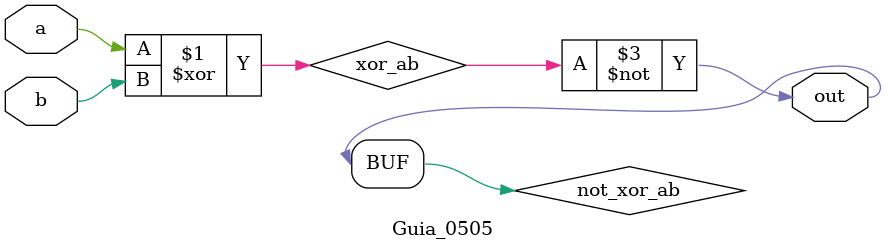
<source format=v>
module Guia_0505 (
    input a,
    input b,
    output out
);

wire xor_ab;
wire not_xor_ab;

// Porta XOR para a ^ b
xor (xor_ab, a, b);

// Porta NOR para ~(a ^ b)
nor (not_xor_ab, xor_ab, xor_ab);

// Saída
assign out = not_xor_ab;

endmodule

</source>
